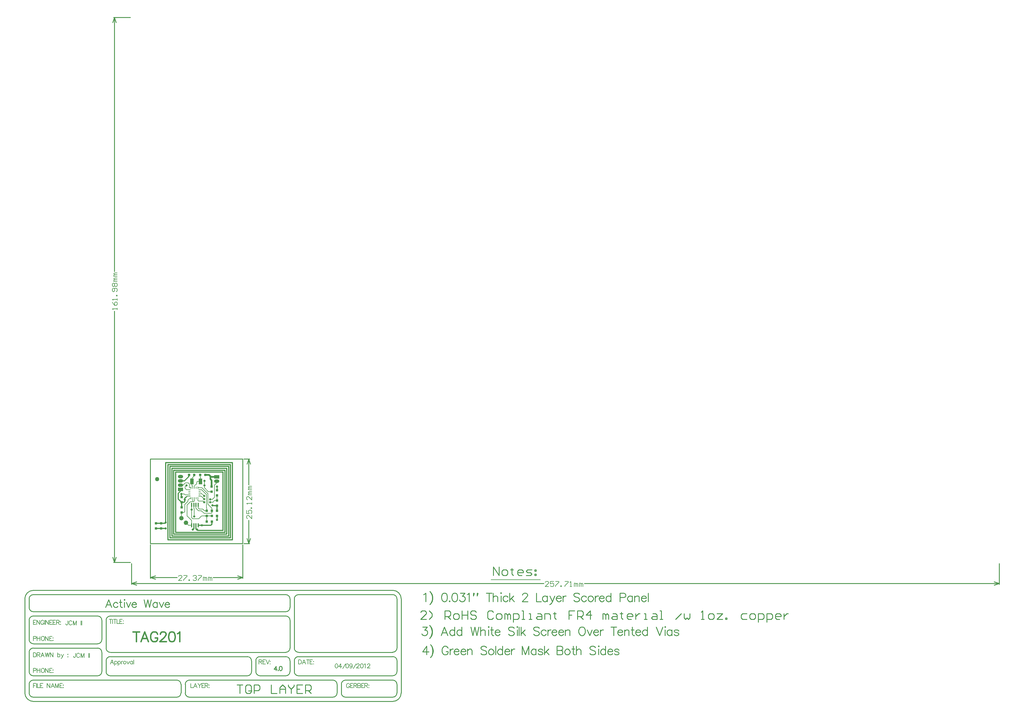
<source format=gtl>
%FSLAX25Y25*%
%MOIN*%
G70*
G01*
G75*
G04 Layer_Physical_Order=1*
G04 Layer_Color=255*
%ADD10R,0.03000X0.03000*%
%ADD11R,0.03000X0.03000*%
%ADD12R,0.01550X0.05000*%
%ADD13C,0.05000*%
%ADD14R,0.03937X0.07087*%
G04:AMPARAMS|DCode=15|XSize=25.59mil|YSize=9.84mil|CornerRadius=2.46mil|HoleSize=0mil|Usage=FLASHONLY|Rotation=0.000|XOffset=0mil|YOffset=0mil|HoleType=Round|Shape=RoundedRectangle|*
%AMROUNDEDRECTD15*
21,1,0.02559,0.00492,0,0,0.0*
21,1,0.02067,0.00984,0,0,0.0*
1,1,0.00492,0.01034,-0.00246*
1,1,0.00492,-0.01034,-0.00246*
1,1,0.00492,-0.01034,0.00246*
1,1,0.00492,0.01034,0.00246*
%
%ADD15ROUNDEDRECTD15*%
G04:AMPARAMS|DCode=16|XSize=25.59mil|YSize=9.84mil|CornerRadius=2.46mil|HoleSize=0mil|Usage=FLASHONLY|Rotation=90.000|XOffset=0mil|YOffset=0mil|HoleType=Round|Shape=RoundedRectangle|*
%AMROUNDEDRECTD16*
21,1,0.02559,0.00492,0,0,90.0*
21,1,0.02067,0.00984,0,0,90.0*
1,1,0.00492,0.00246,0.01034*
1,1,0.00492,0.00246,-0.01034*
1,1,0.00492,-0.00246,-0.01034*
1,1,0.00492,-0.00246,0.01034*
%
%ADD16ROUNDEDRECTD16*%
G04:AMPARAMS|DCode=17|XSize=25.59mil|YSize=9.84mil|CornerRadius=0mil|HoleSize=0mil|Usage=FLASHONLY|Rotation=90.000|XOffset=0mil|YOffset=0mil|HoleType=Round|Shape=Octagon|*
%AMOCTAGOND17*
4,1,8,0.00246,0.01280,-0.00246,0.01280,-0.00492,0.01034,-0.00492,-0.01034,-0.00246,-0.01280,0.00246,-0.01280,0.00492,-0.01034,0.00492,0.01034,0.00246,0.01280,0.0*
%
%ADD17OCTAGOND17*%

G04:AMPARAMS|DCode=18|XSize=25.59mil|YSize=9.84mil|CornerRadius=0mil|HoleSize=0mil|Usage=FLASHONLY|Rotation=180.000|XOffset=0mil|YOffset=0mil|HoleType=Round|Shape=Octagon|*
%AMOCTAGOND18*
4,1,8,-0.01280,0.00246,-0.01280,-0.00246,-0.01034,-0.00492,0.01034,-0.00492,0.01280,-0.00246,0.01280,0.00246,0.01034,0.00492,-0.01034,0.00492,-0.01280,0.00246,0.0*
%
%ADD18OCTAGOND18*%

%ADD19C,0.01200*%
%ADD20C,0.02000*%
%ADD21C,0.00800*%
%ADD22C,0.01000*%
%ADD23C,0.00600*%
%ADD24C,0.00900*%
%ADD25C,0.00500*%
%ADD26C,0.01500*%
%ADD27C,0.05200*%
%ADD28R,0.06200X0.04000*%
%ADD29O,0.06200X0.04000*%
%ADD30C,0.02600*%
D10*
X51400Y80100D02*
D03*
X45400D02*
D03*
X58100D02*
D03*
X64100D02*
D03*
X71800Y25300D02*
D03*
X65800D02*
D03*
D11*
X36500Y54100D02*
D03*
Y48100D02*
D03*
Y36000D02*
D03*
Y42000D02*
D03*
X71900Y38000D02*
D03*
Y32000D02*
D03*
X65900Y38000D02*
D03*
Y32000D02*
D03*
X78000Y62000D02*
D03*
Y56000D02*
D03*
Y44000D02*
D03*
Y50000D02*
D03*
X77900Y32000D02*
D03*
Y38000D02*
D03*
X71600Y60500D02*
D03*
Y66500D02*
D03*
X6500Y17500D02*
D03*
Y23500D02*
D03*
X12500D02*
D03*
Y17500D02*
D03*
D12*
X48160Y21000D02*
D03*
X50750D02*
D03*
X53250D02*
D03*
X55840D02*
D03*
Y45000D02*
D03*
X53250D02*
D03*
X50750D02*
D03*
X48160D02*
D03*
D13*
X8000Y75100D02*
D03*
D14*
X58521Y72300D02*
D03*
X48679D02*
D03*
D15*
X45498Y58900D02*
D03*
Y60869D02*
D03*
Y56932D02*
D03*
X57702Y60869D02*
D03*
Y58900D02*
D03*
Y56932D02*
D03*
D16*
X53569Y65002D02*
D03*
X51600D02*
D03*
X49632D02*
D03*
X53569Y52798D02*
D03*
X49632D02*
D03*
X51600D02*
D03*
D17*
X55537Y65002D02*
D03*
X47663D02*
D03*
X55537Y52798D02*
D03*
X47663D02*
D03*
D18*
X57702Y62837D02*
D03*
X45498D02*
D03*
X57702Y54963D02*
D03*
X45498D02*
D03*
D19*
X44900Y79600D02*
X45400Y80100D01*
X44900Y78100D02*
Y79600D01*
X40400Y52800D02*
X42500Y54900D01*
X40400Y51100D02*
Y52800D01*
X36400Y54200D02*
Y57900D01*
X72700Y44400D02*
X73100Y44000D01*
X78000D01*
X71800Y22100D02*
Y25300D01*
X70700Y21000D02*
X71800Y22100D01*
X59500Y21000D02*
X70700D01*
X36500Y42000D02*
Y48100D01*
X39500D01*
X40400Y49000D01*
Y51100D01*
X32700Y51900D02*
X36500Y48100D01*
X39800Y73000D02*
X44900Y78100D01*
X35400Y73000D02*
X39800D01*
X32700Y58300D02*
X35400Y61000D01*
Y63000D01*
X32700Y51900D02*
Y58300D01*
X77900Y43900D02*
X78000Y44000D01*
X77900Y38000D02*
Y43900D01*
X29600Y12900D02*
X87100D01*
X29600Y83400D02*
X84900D01*
X29600Y12900D02*
Y83400D01*
X54500Y16000D02*
X55400Y15100D01*
X84900D01*
Y83400D01*
X18000Y94400D02*
X95900D01*
X18000Y24400D02*
Y94400D01*
X95900Y4100D02*
Y94400D01*
X20600Y4100D02*
X95900D01*
X20600D02*
Y92200D01*
X93700D01*
Y6300D02*
Y92200D01*
X22900Y6300D02*
X93700D01*
X22900D02*
Y90000D01*
X91500D01*
Y8500D02*
Y90000D01*
X25100Y8500D02*
X91500D01*
X25100D02*
Y87800D01*
X89300D01*
Y10700D02*
Y87800D01*
X27400Y10700D02*
X89300D01*
X27400D02*
Y85600D01*
X87100D01*
Y12900D02*
Y85600D01*
X17100Y23400D02*
X18000Y24300D01*
X12500Y17500D02*
X17900D01*
X6500D02*
X12500D01*
X6500Y23500D02*
X12500D01*
X12600Y23400D01*
X17100D01*
X55840Y21000D02*
X59500D01*
X50750Y17250D02*
Y21000D01*
X49500Y16000D02*
X50750Y17250D01*
X54000Y16000D02*
X54500D01*
X53250Y16750D02*
X54000Y16000D01*
X53250Y16750D02*
Y21000D01*
D20*
X64100Y80100D02*
X68500D01*
X70300Y78300D01*
X70200Y78400D02*
X70300Y78300D01*
X70700Y77900D01*
X77500D01*
X70300Y75200D02*
Y78300D01*
Y75200D02*
X71600Y73900D01*
Y66500D02*
Y73900D01*
D21*
X41463Y63437D02*
X42063Y62837D01*
X45498D01*
X45463Y65602D02*
X46063Y65002D01*
X47663D01*
X48679Y76179D02*
X51400Y78900D01*
Y80100D01*
X48679Y72300D02*
Y76179D01*
X48600Y72221D02*
X48679Y72300D01*
X48600Y67900D02*
Y72221D01*
Y67900D02*
X49632Y66869D01*
Y64306D02*
Y66869D01*
X39968Y57531D02*
X40569Y56932D01*
X46100D01*
X42563Y54963D02*
X45498D01*
X49600Y48900D02*
X49632Y48932D01*
X49600Y48900D02*
X50700D01*
X46900D02*
X49600D01*
X49632Y48932D02*
Y53400D01*
X43848Y48948D02*
Y50352D01*
X43800Y50400D02*
X46198Y52798D01*
X40300Y45400D02*
X43848Y48948D01*
X43800Y50400D02*
X43848Y50352D01*
X46198Y52798D02*
X47663D01*
X42800Y44800D02*
X46900Y48900D01*
X42800Y32200D02*
Y44800D01*
Y32200D02*
X48160Y26840D01*
X51600Y49800D02*
Y53400D01*
X50700Y48900D02*
X51600Y49800D01*
X40300Y37000D02*
Y45400D01*
X39300Y36000D02*
X40300Y37000D01*
X36500Y36000D02*
X39300D01*
X55537Y50163D02*
Y52798D01*
Y50163D02*
X56300Y49400D01*
X61600D01*
X62800Y48200D01*
X57702Y54963D02*
X59537D01*
X62800Y51700D01*
X59300Y58900D02*
X62800Y55400D01*
X57006Y58900D02*
X59300D01*
X65500Y41700D02*
Y57100D01*
X67200Y45900D02*
Y58000D01*
X59763Y62837D02*
X65500Y57100D01*
X60198Y65002D02*
X67200Y58000D01*
X55537Y65002D02*
X60198D01*
X57702Y62837D02*
X59763D01*
X58100Y77400D02*
X58521Y76979D01*
X51600Y64306D02*
Y67400D01*
X54100Y69900D01*
Y71600D01*
X54800Y72300D01*
X58521D01*
Y76979D01*
X58100Y77400D02*
Y80100D01*
X36400Y30100D02*
X36500Y30000D01*
X36400Y30100D02*
Y36000D01*
Y54200D02*
X36500Y54100D01*
X65800Y31900D02*
X65900Y32000D01*
X65800Y25300D02*
Y31900D01*
X63100Y67900D02*
Y73000D01*
Y65000D02*
Y67900D01*
Y65000D02*
X67600Y60500D01*
X71600D01*
X65500Y41700D02*
X65900Y41300D01*
Y38000D02*
Y41300D01*
X40500Y66200D02*
X42200Y67900D01*
X40500Y64400D02*
Y66200D01*
Y64400D02*
X41463Y63437D01*
X38200Y68000D02*
X40900Y70700D01*
X35400Y68000D02*
X38200D01*
X40900Y70700D02*
X44200D01*
X45463Y69437D01*
Y65602D02*
Y69437D01*
X51200Y31300D02*
Y40300D01*
X50750Y40750D02*
X51200Y40300D01*
X50750Y40750D02*
Y45000D01*
X59800Y32000D02*
X65900D01*
X56600Y28800D02*
X59800Y32000D01*
X49500Y28800D02*
X56600D01*
X48200Y30100D02*
X49500Y28800D01*
X48200Y30100D02*
Y39500D01*
X48160Y39540D02*
Y45000D01*
X59700Y38100D02*
X62800Y35000D01*
X53250Y41050D02*
X56200Y38100D01*
X62800Y35000D02*
X71400D01*
X56200Y38100D02*
X59700D01*
X61200Y40100D02*
X63300Y38000D01*
X57100Y40100D02*
X61200D01*
X63300Y38000D02*
X65900D01*
X55840Y41360D02*
X57100Y40100D01*
X55840Y41360D02*
Y45000D01*
X53250Y41050D02*
Y45000D01*
X62500Y48200D02*
X62800D01*
X74800Y53900D02*
Y68100D01*
X72500Y51600D02*
X74800Y53900D01*
X69900Y51600D02*
X72500D01*
X75000Y50000D02*
X78000D01*
X73100Y48100D02*
X75000Y50000D01*
X69900Y48100D02*
X73100D01*
X74800Y68100D02*
X77500Y70800D01*
Y72900D01*
X78000Y50000D02*
Y56000D01*
X71400Y35000D02*
X71900Y35500D01*
Y38000D01*
X67200Y45900D02*
X71900Y41200D01*
X44500Y21000D02*
X48160D01*
X41500Y24000D02*
X44500Y21000D01*
X48160D02*
Y26840D01*
X36400Y57900D02*
X39600D01*
X39968Y57531D01*
X65900Y32000D02*
X71900D01*
Y38000D02*
Y41200D01*
X-96520Y-90501D02*
Y-94310D01*
X-96758Y-95024D01*
X-96996Y-95262D01*
X-97472Y-95500D01*
X-97948D01*
X-98424Y-95262D01*
X-98662Y-95024D01*
X-98900Y-94310D01*
Y-93834D01*
X-91663Y-91691D02*
X-91901Y-91215D01*
X-92378Y-90739D01*
X-92854Y-90501D01*
X-93806D01*
X-94282Y-90739D01*
X-94758Y-91215D01*
X-94996Y-91691D01*
X-95234Y-92405D01*
Y-93596D01*
X-94996Y-94310D01*
X-94758Y-94786D01*
X-94282Y-95262D01*
X-93806Y-95500D01*
X-92854D01*
X-92378Y-95262D01*
X-91901Y-94786D01*
X-91663Y-94310D01*
X-90259Y-90501D02*
Y-95500D01*
Y-90501D02*
X-88355Y-95500D01*
X-86450Y-90501D02*
X-88355Y-95500D01*
X-86450Y-90501D02*
Y-95500D01*
X-81094Y-90501D02*
Y-95500D01*
X-80047Y-90501D02*
Y-95500D01*
X-87520Y-128501D02*
Y-132310D01*
X-87758Y-133024D01*
X-87996Y-133262D01*
X-88472Y-133500D01*
X-88948D01*
X-89424Y-133262D01*
X-89662Y-133024D01*
X-89900Y-132310D01*
Y-131834D01*
X-82664Y-129691D02*
X-82902Y-129215D01*
X-83378Y-128739D01*
X-83854Y-128501D01*
X-84806D01*
X-85282Y-128739D01*
X-85758Y-129215D01*
X-85996Y-129691D01*
X-86234Y-130405D01*
Y-131596D01*
X-85996Y-132310D01*
X-85758Y-132786D01*
X-85282Y-133262D01*
X-84806Y-133500D01*
X-83854D01*
X-83378Y-133262D01*
X-82902Y-132786D01*
X-82664Y-132310D01*
X-81259Y-128501D02*
Y-133500D01*
Y-128501D02*
X-79355Y-133500D01*
X-77450Y-128501D02*
X-79355Y-133500D01*
X-77450Y-128501D02*
Y-133500D01*
X-72094Y-128501D02*
Y-133500D01*
X-71047Y-128501D02*
Y-133500D01*
X217303Y-140947D02*
X216589Y-141185D01*
X216113Y-141900D01*
X215875Y-143090D01*
Y-143804D01*
X216113Y-144994D01*
X216589Y-145708D01*
X217303Y-145946D01*
X217779D01*
X218493Y-145708D01*
X218969Y-144994D01*
X219207Y-143804D01*
Y-143090D01*
X218969Y-141900D01*
X218493Y-141185D01*
X217779Y-140947D01*
X217303D01*
X222707D02*
X220326Y-144280D01*
X223897D01*
X222707Y-140947D02*
Y-145946D01*
X224778Y-146660D02*
X228110Y-140947D01*
X229872D02*
X229157Y-141185D01*
X228681Y-141900D01*
X228443Y-143090D01*
Y-143804D01*
X228681Y-144994D01*
X229157Y-145708D01*
X229872Y-145946D01*
X230348D01*
X231062Y-145708D01*
X231538Y-144994D01*
X231776Y-143804D01*
Y-143090D01*
X231538Y-141900D01*
X231062Y-141185D01*
X230348Y-140947D01*
X229872D01*
X235989Y-142614D02*
X235751Y-143328D01*
X235275Y-143804D01*
X234561Y-144042D01*
X234323D01*
X233609Y-143804D01*
X233133Y-143328D01*
X232895Y-142614D01*
Y-142376D01*
X233133Y-141661D01*
X233609Y-141185D01*
X234323Y-140947D01*
X234561D01*
X235275Y-141185D01*
X235751Y-141661D01*
X235989Y-142614D01*
Y-143804D01*
X235751Y-144994D01*
X235275Y-145708D01*
X234561Y-145946D01*
X234085D01*
X233371Y-145708D01*
X233133Y-145232D01*
X237346Y-146660D02*
X240679Y-140947D01*
X241250Y-142138D02*
Y-141900D01*
X241488Y-141423D01*
X241726Y-141185D01*
X242202Y-140947D01*
X243155D01*
X243631Y-141185D01*
X243869Y-141423D01*
X244107Y-141900D01*
Y-142376D01*
X243869Y-142852D01*
X243392Y-143566D01*
X241012Y-145946D01*
X244345D01*
X246892Y-140947D02*
X246178Y-141185D01*
X245702Y-141900D01*
X245463Y-143090D01*
Y-143804D01*
X245702Y-144994D01*
X246178Y-145708D01*
X246892Y-145946D01*
X247368D01*
X248082Y-145708D01*
X248558Y-144994D01*
X248796Y-143804D01*
Y-143090D01*
X248558Y-141900D01*
X248082Y-141185D01*
X247368Y-140947D01*
X246892D01*
X249915Y-141900D02*
X250391Y-141661D01*
X251105Y-140947D01*
Y-145946D01*
X253819Y-142138D02*
Y-141900D01*
X254057Y-141423D01*
X254295Y-141185D01*
X254771Y-140947D01*
X255723D01*
X256199Y-141185D01*
X256437Y-141423D01*
X256675Y-141900D01*
Y-142376D01*
X256437Y-142852D01*
X255961Y-143566D01*
X253581Y-145946D01*
X256913D01*
X398372Y-42569D02*
X455872D01*
D22*
X77900Y62100D02*
X78000Y62000D01*
X77900Y62100D02*
Y66500D01*
Y27500D02*
Y32000D01*
X101200Y-165503D02*
X107864D01*
X104532D01*
Y-175500D01*
X116195Y-165503D02*
X112863D01*
X111197Y-167169D01*
Y-173834D01*
X112863Y-175500D01*
X116195D01*
X117861Y-173834D01*
Y-167169D01*
X116195Y-165503D01*
X121194Y-175500D02*
Y-165503D01*
X126192D01*
X127858Y-167169D01*
Y-170502D01*
X126192Y-172168D01*
X121194D01*
X141187Y-165503D02*
Y-175500D01*
X147852D01*
X151184D02*
Y-168835D01*
X154516Y-165503D01*
X157848Y-168835D01*
Y-175500D01*
Y-170502D01*
X151184D01*
X161181Y-165503D02*
Y-167169D01*
X164513Y-170502D01*
X167845Y-167169D01*
Y-165503D01*
X164513Y-170502D02*
Y-175500D01*
X177842Y-165503D02*
X171177D01*
Y-175500D01*
X177842D01*
X171177Y-170502D02*
X174510D01*
X181174Y-175500D02*
Y-165503D01*
X186172D01*
X187839Y-167169D01*
Y-170502D01*
X186172Y-172168D01*
X181174D01*
X184506D02*
X187839Y-175500D01*
X107753Y-40800D02*
Y-1600D01*
X0Y-40800D02*
Y-1600D01*
X73370Y-39800D02*
X107753D01*
X0D02*
X31183D01*
X101753Y-37800D02*
X107753Y-39800D01*
X101753Y-41800D02*
X107753Y-39800D01*
X0D02*
X6000Y-41800D01*
X0Y-39800D02*
X6000Y-37800D01*
X109253Y98803D02*
X115900D01*
X109253Y-100D02*
X115900D01*
X114900Y68345D02*
Y98803D01*
Y-100D02*
Y27158D01*
X112900Y92803D02*
X114900Y98803D01*
X116900Y92803D01*
X114900Y-100D02*
X116900Y5900D01*
X112900D02*
X114900Y-100D01*
X992400Y-47900D02*
Y-23550D01*
X-22200Y-47900D02*
Y-23550D01*
X507093Y-46900D02*
X992400D01*
X-22200D02*
X459907D01*
X986400Y-44900D02*
X992400Y-46900D01*
X986400Y-48900D02*
X992400Y-46900D01*
X-22200D02*
X-16200Y-48900D01*
X-22200Y-46900D02*
X-16200Y-44900D01*
X-43200Y615433D02*
X-23403D01*
X-43200Y-22300D02*
X-23450D01*
X-42200Y318059D02*
Y615433D01*
Y-22300D02*
Y271873D01*
X-44200Y609433D02*
X-42200Y615433D01*
X-40200Y609433D01*
X-42200Y-22300D02*
X-40200Y-16300D01*
X-44200D02*
X-42200Y-22300D01*
X0Y-100D02*
X107753D01*
X0Y-100D02*
Y98800D01*
X114695Y-172498D02*
X118632D01*
X107753Y-100D02*
Y98803D01*
X0D02*
X107753D01*
X283240Y-185014D02*
G03*
X293240Y-175014I0J10000D01*
G01*
X283240Y-180014D02*
G03*
X288240Y-175014I0J5000D01*
G01*
X35740Y-165014D02*
G03*
X30740Y-160014I-5000J0D01*
G01*
X30856Y-180014D02*
G03*
X35738Y-175047I84J4800D01*
G01*
X45740Y-160014D02*
G03*
X40740Y-165014I0J-5000D01*
G01*
Y-175014D02*
G03*
X45652Y-180013I5000J0D01*
G01*
X218240Y-165014D02*
G03*
X213240Y-160014I-5000J0D01*
G01*
X213356Y-180014D02*
G03*
X218238Y-175047I84J4800D01*
G01*
X223240Y-175114D02*
G03*
X228225Y-180013I4900J0D01*
G01*
X228240Y-160014D02*
G03*
X223240Y-165014I0J-5000D01*
G01*
X-56760Y-89914D02*
G03*
X-61660Y-85014I-4900J0D01*
G01*
X-61560Y-117514D02*
G03*
X-56760Y-112714I0J4800D01*
G01*
Y-127414D02*
G03*
X-61831Y-122517I-4900J0D01*
G01*
X-51760Y-122614D02*
G03*
X-46860Y-127514I4900J0D01*
G01*
X-51760Y-150114D02*
G03*
X-46860Y-155014I4900J0D01*
G01*
X-61660D02*
G03*
X-56760Y-150114I0J4900D01*
G01*
X118240Y-137414D02*
G03*
X113340Y-132514I-4900J0D01*
G01*
Y-155014D02*
G03*
X118239Y-150029I0J4900D01*
G01*
X123240Y-149914D02*
G03*
X128251Y-155013I5100J0D01*
G01*
X128040Y-132514D02*
G03*
X123246Y-137565I0J-4800D01*
G01*
X-46760Y-132514D02*
G03*
X-51760Y-137514I0J-5000D01*
G01*
X-46760Y-85014D02*
G03*
X-51760Y-90014I0J-5000D01*
G01*
X-141760Y-150014D02*
G03*
X-136848Y-155013I5000J0D01*
G01*
X-136760Y-122514D02*
G03*
X-141760Y-127514I0J-5000D01*
G01*
Y-112514D02*
G03*
X-136760Y-117514I5000J0D01*
G01*
Y-85014D02*
G03*
X-141760Y-90014I0J-5000D01*
G01*
Y-75014D02*
G03*
X-136760Y-80014I5000J0D01*
G01*
Y-60014D02*
G03*
X-141760Y-65014I0J-5000D01*
G01*
X163240Y-65014D02*
G03*
X158240Y-60014I-5000J0D01*
G01*
X173240Y-60014D02*
G03*
X168240Y-65014I0J-5000D01*
G01*
X158240Y-80014D02*
G03*
X163240Y-75014I0J5000D01*
G01*
Y-90014D02*
G03*
X158240Y-85014I-5000J0D01*
G01*
X-136760Y-160014D02*
G03*
X-141760Y-165014I0J-5000D01*
G01*
X158327Y-127514D02*
G03*
X163241Y-122514I-87J5000D01*
G01*
X-141760Y-175014D02*
G03*
X-136848Y-180013I5000J0D01*
G01*
X163240Y-137414D02*
G03*
X158340Y-132514I-4900J0D01*
G01*
X168240Y-150114D02*
G03*
X173225Y-155013I4900J0D01*
G01*
X158240Y-155014D02*
G03*
X163240Y-150014I0J5000D01*
G01*
X288240Y-164927D02*
G03*
X283240Y-160013I-5000J-87D01*
G01*
X283306Y-154940D02*
G03*
X288306Y-149940I0J5000D01*
G01*
X288238Y-64857D02*
G03*
X283167Y-59960I-4900J0D01*
G01*
X293238Y-64957D02*
G03*
X283238Y-54957I-10000J0D01*
G01*
X-146760Y-174914D02*
G03*
X-136837Y-185012I10100J0D01*
G01*
X-136760Y-55014D02*
G03*
X-146760Y-65014I0J-10000D01*
G01*
X168240Y-122514D02*
G03*
X173240Y-127514I5000J0D01*
G01*
X283306Y-127440D02*
G03*
X288306Y-122440I0J5000D01*
G01*
X173240Y-132514D02*
G03*
X168240Y-137514I0J-5000D01*
G01*
X288306Y-137340D02*
G03*
X283406Y-132440I-4900J0D01*
G01*
X288240Y-175014D02*
Y-165014D01*
X-136760Y-55014D02*
X283240D01*
X288306Y-149940D02*
Y-137340D01*
X168240Y-150014D02*
Y-137514D01*
X288240Y-122514D02*
Y-65014D01*
X168240Y-122514D02*
Y-65014D01*
X-146760Y-175014D02*
Y-65014D01*
X-141760Y-175014D02*
Y-165014D01*
X163240Y-150014D02*
Y-137514D01*
X123240Y-150014D02*
Y-137514D01*
X-51760Y-150014D02*
Y-137514D01*
X118240Y-150014D02*
Y-137514D01*
X-51760Y-122514D02*
Y-90014D01*
X163240Y-122514D02*
Y-90014D01*
Y-75014D02*
Y-65014D01*
X-141760Y-75014D02*
Y-65014D01*
X-56760Y-112514D02*
Y-90014D01*
X-141760Y-112514D02*
Y-90014D01*
X-56760Y-150014D02*
Y-127514D01*
X-141760Y-150014D02*
Y-127514D01*
X293240Y-175014D02*
Y-65014D01*
X223240Y-175014D02*
Y-165014D01*
X218240Y-175014D02*
Y-165014D01*
X40740Y-175014D02*
Y-165014D01*
X35740Y-175014D02*
Y-165014D01*
X173240Y-132514D02*
X283240D01*
X173240Y-127514D02*
X283240D01*
X-46760D02*
X158240D01*
X173240Y-60014D02*
X283240D01*
X173240Y-155014D02*
X283240D01*
X128240Y-132514D02*
X158240D01*
X128240Y-155014D02*
X158240D01*
X-46760D02*
X113240D01*
X-46760Y-132514D02*
X113240D01*
X-46760Y-85014D02*
X158240D01*
X-136760Y-80014D02*
X158240D01*
X-136760Y-85014D02*
X-61760D01*
X-136760Y-117514D02*
X-61760D01*
X-136760Y-122514D02*
X-61760D01*
X-136760Y-155014D02*
X-61760D01*
X-136760Y-185014D02*
X283240D01*
X-136760Y-60014D02*
X158240D01*
X228240Y-160014D02*
X283240D01*
X228240Y-180014D02*
X283240D01*
X45740Y-160014D02*
X213240D01*
X-136760D02*
X30740D01*
X-136760Y-180014D02*
X30740D01*
X45740Y-180014D02*
X213240D01*
X322463Y-88942D02*
X315798D01*
X322463Y-82278D01*
Y-80612D01*
X320797Y-78946D01*
X317465D01*
X315798Y-80612D01*
X325795Y-88942D02*
X329128Y-85610D01*
Y-82278D01*
X325795Y-78946D01*
X344123Y-88942D02*
Y-78946D01*
X349121D01*
X350787Y-80612D01*
Y-83944D01*
X349121Y-85610D01*
X344123D01*
X347455D02*
X350787Y-88942D01*
X355785D02*
X359118D01*
X360784Y-87276D01*
Y-83944D01*
X359118Y-82278D01*
X355785D01*
X354119Y-83944D01*
Y-87276D01*
X355785Y-88942D01*
X364116Y-78946D02*
Y-88942D01*
Y-83944D01*
X370781D01*
Y-78946D01*
Y-88942D01*
X380777Y-80612D02*
X379111Y-78946D01*
X375779D01*
X374113Y-80612D01*
Y-82278D01*
X375779Y-83944D01*
X379111D01*
X380777Y-85610D01*
Y-87276D01*
X379111Y-88942D01*
X375779D01*
X374113Y-87276D01*
X400771Y-80612D02*
X399105Y-78946D01*
X395773D01*
X394107Y-80612D01*
Y-87276D01*
X395773Y-88942D01*
X399105D01*
X400771Y-87276D01*
X405769Y-88942D02*
X409102D01*
X410768Y-87276D01*
Y-83944D01*
X409102Y-82278D01*
X405769D01*
X404103Y-83944D01*
Y-87276D01*
X405769Y-88942D01*
X414100D02*
Y-82278D01*
X415766D01*
X417432Y-83944D01*
Y-88942D01*
Y-83944D01*
X419098Y-82278D01*
X420764Y-83944D01*
Y-88942D01*
X424097Y-92275D02*
Y-82278D01*
X429095D01*
X430761Y-83944D01*
Y-87276D01*
X429095Y-88942D01*
X424097D01*
X434094D02*
X437426D01*
X435760D01*
Y-78946D01*
X434094D01*
X442424Y-88942D02*
X445756D01*
X444090D01*
Y-82278D01*
X442424D01*
X452421D02*
X455753D01*
X457419Y-83944D01*
Y-88942D01*
X452421D01*
X450755Y-87276D01*
X452421Y-85610D01*
X457419D01*
X460752Y-88942D02*
Y-82278D01*
X465750D01*
X467416Y-83944D01*
Y-88942D01*
X472414Y-80612D02*
Y-82278D01*
X470748D01*
X474081D01*
X472414D01*
Y-87276D01*
X474081Y-88942D01*
X495740Y-78946D02*
X489076D01*
Y-83944D01*
X492408D01*
X489076D01*
Y-88942D01*
X499073D02*
Y-78946D01*
X504071D01*
X505737Y-80612D01*
Y-83944D01*
X504071Y-85610D01*
X499073D01*
X502405D02*
X505737Y-88942D01*
X514068D02*
Y-78946D01*
X509069Y-83944D01*
X515734D01*
X529063Y-88942D02*
Y-82278D01*
X530729D01*
X532395Y-83944D01*
Y-88942D01*
Y-83944D01*
X534061Y-82278D01*
X535727Y-83944D01*
Y-88942D01*
X540726Y-82278D02*
X544058D01*
X545724Y-83944D01*
Y-88942D01*
X540726D01*
X539060Y-87276D01*
X540726Y-85610D01*
X545724D01*
X550723Y-80612D02*
Y-82278D01*
X549056D01*
X552389D01*
X550723D01*
Y-87276D01*
X552389Y-88942D01*
X562385D02*
X559053D01*
X557387Y-87276D01*
Y-83944D01*
X559053Y-82278D01*
X562385D01*
X564051Y-83944D01*
Y-85610D01*
X557387D01*
X567384Y-82278D02*
Y-88942D01*
Y-85610D01*
X569050Y-83944D01*
X570716Y-82278D01*
X572382D01*
X577381Y-88942D02*
X580713D01*
X579047D01*
Y-82278D01*
X577381D01*
X587377D02*
X590710D01*
X592376Y-83944D01*
Y-88942D01*
X587377D01*
X585711Y-87276D01*
X587377Y-85610D01*
X592376D01*
X595708Y-88942D02*
X599040D01*
X597374D01*
Y-78946D01*
X595708D01*
X614035Y-88942D02*
X620700Y-82278D01*
X624032D02*
Y-87276D01*
X625698Y-88942D01*
X627364Y-87276D01*
X629031Y-88942D01*
X630697Y-87276D01*
Y-82278D01*
X644026Y-88942D02*
X647358D01*
X645692D01*
Y-78946D01*
X644026Y-80612D01*
X654023Y-88942D02*
X657355D01*
X659021Y-87276D01*
Y-83944D01*
X657355Y-82278D01*
X654023D01*
X652356Y-83944D01*
Y-87276D01*
X654023Y-88942D01*
X662353Y-82278D02*
X669018D01*
X662353Y-88942D01*
X669018D01*
X672350D02*
Y-87276D01*
X674016D01*
Y-88942D01*
X672350D01*
X697342Y-82278D02*
X692343D01*
X690677Y-83944D01*
Y-87276D01*
X692343Y-88942D01*
X697342D01*
X702340D02*
X705672D01*
X707339Y-87276D01*
Y-83944D01*
X705672Y-82278D01*
X702340D01*
X700674Y-83944D01*
Y-87276D01*
X702340Y-88942D01*
X710671Y-92275D02*
Y-82278D01*
X715669D01*
X717335Y-83944D01*
Y-87276D01*
X715669Y-88942D01*
X710671D01*
X720668Y-92275D02*
Y-82278D01*
X725666D01*
X727332Y-83944D01*
Y-87276D01*
X725666Y-88942D01*
X720668D01*
X735663D02*
X732331D01*
X730664Y-87276D01*
Y-83944D01*
X732331Y-82278D01*
X735663D01*
X737329Y-83944D01*
Y-85610D01*
X730664D01*
X740661Y-82278D02*
Y-88942D01*
Y-85610D01*
X742327Y-83944D01*
X743993Y-82278D01*
X745659D01*
X318352Y-97802D02*
X323589D01*
X320733Y-101611D01*
X322161D01*
X323113Y-102087D01*
X323589Y-102563D01*
X324065Y-103991D01*
Y-104944D01*
X323589Y-106372D01*
X322637Y-107324D01*
X321209Y-107800D01*
X319780D01*
X318352Y-107324D01*
X317876Y-106848D01*
X317400Y-105896D01*
X326303Y-95898D02*
X327255Y-96850D01*
X328207Y-98278D01*
X329159Y-100183D01*
X329636Y-102563D01*
Y-104467D01*
X329159Y-106848D01*
X328207Y-108752D01*
X327255Y-110180D01*
X326303Y-111133D01*
X327255Y-96850D02*
X328207Y-98754D01*
X328683Y-100183D01*
X329159Y-102563D01*
Y-104467D01*
X328683Y-106848D01*
X328207Y-108276D01*
X327255Y-110180D01*
X347536Y-107800D02*
X343728Y-97802D01*
X339919Y-107800D01*
X341347Y-104467D02*
X346108D01*
X355582Y-97802D02*
Y-107800D01*
Y-102563D02*
X354630Y-101611D01*
X353678Y-101135D01*
X352250D01*
X351297Y-101611D01*
X350345Y-102563D01*
X349869Y-103991D01*
Y-104944D01*
X350345Y-106372D01*
X351297Y-107324D01*
X352250Y-107800D01*
X353678D01*
X354630Y-107324D01*
X355582Y-106372D01*
X363962Y-97802D02*
Y-107800D01*
Y-102563D02*
X363009Y-101611D01*
X362057Y-101135D01*
X360629D01*
X359677Y-101611D01*
X358724Y-102563D01*
X358248Y-103991D01*
Y-104944D01*
X358724Y-106372D01*
X359677Y-107324D01*
X360629Y-107800D01*
X362057D01*
X363009Y-107324D01*
X363962Y-106372D01*
X374483Y-97802D02*
X376864Y-107800D01*
X379244Y-97802D02*
X376864Y-107800D01*
X379244Y-97802D02*
X381624Y-107800D01*
X384005Y-97802D02*
X381624Y-107800D01*
X386004Y-97802D02*
Y-107800D01*
Y-103039D02*
X387433Y-101611D01*
X388385Y-101135D01*
X389813D01*
X390765Y-101611D01*
X391241Y-103039D01*
Y-107800D01*
X394812Y-97802D02*
X395288Y-98278D01*
X395764Y-97802D01*
X395288Y-97326D01*
X394812Y-97802D01*
X395288Y-101135D02*
Y-107800D01*
X398954Y-97802D02*
Y-105896D01*
X399430Y-107324D01*
X400382Y-107800D01*
X401334D01*
X397526Y-101135D02*
X400858D01*
X402763Y-103991D02*
X408476D01*
Y-103039D01*
X408000Y-102087D01*
X407523Y-101611D01*
X406571Y-101135D01*
X405143D01*
X404191Y-101611D01*
X403239Y-102563D01*
X402763Y-103991D01*
Y-104944D01*
X403239Y-106372D01*
X404191Y-107324D01*
X405143Y-107800D01*
X406571D01*
X407523Y-107324D01*
X408476Y-106372D01*
X425139Y-99230D02*
X424187Y-98278D01*
X422758Y-97802D01*
X420854D01*
X419426Y-98278D01*
X418474Y-99230D01*
Y-100183D01*
X418950Y-101135D01*
X419426Y-101611D01*
X420378Y-102087D01*
X423235Y-103039D01*
X424187Y-103515D01*
X424663Y-103991D01*
X425139Y-104944D01*
Y-106372D01*
X424187Y-107324D01*
X422758Y-107800D01*
X420854D01*
X419426Y-107324D01*
X418474Y-106372D01*
X428329Y-97802D02*
X428805Y-98278D01*
X429281Y-97802D01*
X428805Y-97326D01*
X428329Y-97802D01*
X428805Y-101135D02*
Y-107800D01*
X431042Y-97802D02*
Y-107800D01*
X433137Y-97802D02*
Y-107800D01*
X437898Y-101135D02*
X433137Y-105896D01*
X435041Y-103991D02*
X438374Y-107800D01*
X454466Y-99230D02*
X453514Y-98278D01*
X452085Y-97802D01*
X450181D01*
X448753Y-98278D01*
X447801Y-99230D01*
Y-100183D01*
X448277Y-101135D01*
X448753Y-101611D01*
X449705Y-102087D01*
X452562Y-103039D01*
X453514Y-103515D01*
X453990Y-103991D01*
X454466Y-104944D01*
Y-106372D01*
X453514Y-107324D01*
X452085Y-107800D01*
X450181D01*
X448753Y-107324D01*
X447801Y-106372D01*
X462417Y-102563D02*
X461464Y-101611D01*
X460512Y-101135D01*
X459084D01*
X458132Y-101611D01*
X457180Y-102563D01*
X456704Y-103991D01*
Y-104944D01*
X457180Y-106372D01*
X458132Y-107324D01*
X459084Y-107800D01*
X460512D01*
X461464Y-107324D01*
X462417Y-106372D01*
X464559Y-101135D02*
Y-107800D01*
Y-103991D02*
X465035Y-102563D01*
X465987Y-101611D01*
X466939Y-101135D01*
X468368D01*
X469272Y-103991D02*
X474985D01*
Y-103039D01*
X474509Y-102087D01*
X474033Y-101611D01*
X473081Y-101135D01*
X471653D01*
X470701Y-101611D01*
X469748Y-102563D01*
X469272Y-103991D01*
Y-104944D01*
X469748Y-106372D01*
X470701Y-107324D01*
X471653Y-107800D01*
X473081D01*
X474033Y-107324D01*
X474985Y-106372D01*
X477128Y-103991D02*
X482841D01*
Y-103039D01*
X482365Y-102087D01*
X481889Y-101611D01*
X480936Y-101135D01*
X479508D01*
X478556Y-101611D01*
X477604Y-102563D01*
X477128Y-103991D01*
Y-104944D01*
X477604Y-106372D01*
X478556Y-107324D01*
X479508Y-107800D01*
X480936D01*
X481889Y-107324D01*
X482841Y-106372D01*
X484983Y-101135D02*
Y-107800D01*
Y-103039D02*
X486411Y-101611D01*
X487364Y-101135D01*
X488792D01*
X489744Y-101611D01*
X490220Y-103039D01*
Y-107800D01*
X503551Y-97802D02*
X502598Y-98278D01*
X501646Y-99230D01*
X501170Y-100183D01*
X500694Y-101611D01*
Y-103991D01*
X501170Y-105420D01*
X501646Y-106372D01*
X502598Y-107324D01*
X503551Y-107800D01*
X505455D01*
X506407Y-107324D01*
X507359Y-106372D01*
X507835Y-105420D01*
X508312Y-103991D01*
Y-101611D01*
X507835Y-100183D01*
X507359Y-99230D01*
X506407Y-98278D01*
X505455Y-97802D01*
X503551D01*
X510644Y-101135D02*
X513501Y-107800D01*
X516357Y-101135D02*
X513501Y-107800D01*
X517976Y-103991D02*
X523689D01*
Y-103039D01*
X523213Y-102087D01*
X522737Y-101611D01*
X521785Y-101135D01*
X520357D01*
X519404Y-101611D01*
X518452Y-102563D01*
X517976Y-103991D01*
Y-104944D01*
X518452Y-106372D01*
X519404Y-107324D01*
X520357Y-107800D01*
X521785D01*
X522737Y-107324D01*
X523689Y-106372D01*
X525832Y-101135D02*
Y-107800D01*
Y-103991D02*
X526308Y-102563D01*
X527260Y-101611D01*
X528212Y-101135D01*
X529640D01*
X541733Y-97802D02*
Y-107800D01*
X538400Y-97802D02*
X545065D01*
X546256Y-103991D02*
X551969D01*
Y-103039D01*
X551493Y-102087D01*
X551017Y-101611D01*
X550064Y-101135D01*
X548636D01*
X547684Y-101611D01*
X546732Y-102563D01*
X546256Y-103991D01*
Y-104944D01*
X546732Y-106372D01*
X547684Y-107324D01*
X548636Y-107800D01*
X550064D01*
X551017Y-107324D01*
X551969Y-106372D01*
X554111Y-101135D02*
Y-107800D01*
Y-103039D02*
X555540Y-101611D01*
X556492Y-101135D01*
X557920D01*
X558872Y-101611D01*
X559348Y-103039D01*
Y-107800D01*
X563395Y-97802D02*
Y-105896D01*
X563871Y-107324D01*
X564823Y-107800D01*
X565775D01*
X561967Y-101135D02*
X565299D01*
X567204Y-103991D02*
X572917D01*
Y-103039D01*
X572441Y-102087D01*
X571965Y-101611D01*
X571012Y-101135D01*
X569584D01*
X568632Y-101611D01*
X567680Y-102563D01*
X567204Y-103991D01*
Y-104944D01*
X567680Y-106372D01*
X568632Y-107324D01*
X569584Y-107800D01*
X571012D01*
X571965Y-107324D01*
X572917Y-106372D01*
X580772Y-97802D02*
Y-107800D01*
Y-102563D02*
X579820Y-101611D01*
X578868Y-101135D01*
X577439D01*
X576487Y-101611D01*
X575535Y-102563D01*
X575059Y-103991D01*
Y-104944D01*
X575535Y-106372D01*
X576487Y-107324D01*
X577439Y-107800D01*
X578868D01*
X579820Y-107324D01*
X580772Y-106372D01*
X591294Y-97802D02*
X595102Y-107800D01*
X598911Y-97802D02*
X595102Y-107800D01*
X601149Y-97802D02*
X601625Y-98278D01*
X602101Y-97802D01*
X601625Y-97326D01*
X601149Y-97802D01*
X601625Y-101135D02*
Y-107800D01*
X609576Y-101135D02*
Y-107800D01*
Y-102563D02*
X608623Y-101611D01*
X607671Y-101135D01*
X606243D01*
X605291Y-101611D01*
X604339Y-102563D01*
X603862Y-103991D01*
Y-104944D01*
X604339Y-106372D01*
X605291Y-107324D01*
X606243Y-107800D01*
X607671D01*
X608623Y-107324D01*
X609576Y-106372D01*
X617479Y-102563D02*
X617002Y-101611D01*
X615574Y-101135D01*
X614146D01*
X612718Y-101611D01*
X612242Y-102563D01*
X612718Y-103515D01*
X613670Y-103991D01*
X616050Y-104467D01*
X617002Y-104944D01*
X617479Y-105896D01*
Y-106372D01*
X617002Y-107324D01*
X615574Y-107800D01*
X614146D01*
X612718Y-107324D01*
X612242Y-106372D01*
X319372Y-60042D02*
X320324Y-59566D01*
X321753Y-58138D01*
Y-68135D01*
X326704Y-56233D02*
X327656Y-57185D01*
X328608Y-58614D01*
X329560Y-60518D01*
X330037Y-62898D01*
Y-64803D01*
X329560Y-67183D01*
X328608Y-69087D01*
X327656Y-70516D01*
X326704Y-71468D01*
X327656Y-57185D02*
X328608Y-59090D01*
X329084Y-60518D01*
X329560Y-62898D01*
Y-64803D01*
X329084Y-67183D01*
X328608Y-68611D01*
X327656Y-70516D01*
X343177Y-58138D02*
X341748Y-58614D01*
X340796Y-60042D01*
X340320Y-62422D01*
Y-63850D01*
X340796Y-66231D01*
X341748Y-67659D01*
X343177Y-68135D01*
X344129D01*
X345557Y-67659D01*
X346509Y-66231D01*
X346985Y-63850D01*
Y-62422D01*
X346509Y-60042D01*
X345557Y-58614D01*
X344129Y-58138D01*
X343177D01*
X349699Y-67183D02*
X349223Y-67659D01*
X349699Y-68135D01*
X350175Y-67659D01*
X349699Y-67183D01*
X355222Y-58138D02*
X353793Y-58614D01*
X352841Y-60042D01*
X352365Y-62422D01*
Y-63850D01*
X352841Y-66231D01*
X353793Y-67659D01*
X355222Y-68135D01*
X356174D01*
X357602Y-67659D01*
X358554Y-66231D01*
X359030Y-63850D01*
Y-62422D01*
X358554Y-60042D01*
X357602Y-58614D01*
X356174Y-58138D01*
X355222D01*
X362220D02*
X367457D01*
X364601Y-61946D01*
X366029D01*
X366981Y-62422D01*
X367457Y-62898D01*
X367933Y-64327D01*
Y-65279D01*
X367457Y-66707D01*
X366505Y-67659D01*
X365077Y-68135D01*
X363648D01*
X362220Y-67659D01*
X361744Y-67183D01*
X361268Y-66231D01*
X370171Y-60042D02*
X371123Y-59566D01*
X372551Y-58138D01*
Y-68135D01*
X377979Y-58138D02*
X377503Y-58614D01*
Y-61470D01*
X377979Y-58614D02*
X377503Y-61470D01*
X377979Y-58138D02*
X378455Y-58614D01*
X377503Y-61470D01*
X382263Y-58138D02*
X381787Y-58614D01*
Y-61470D01*
X382263Y-58614D02*
X381787Y-61470D01*
X382263Y-58138D02*
X382740Y-58614D01*
X381787Y-61470D01*
X396022Y-58138D02*
Y-68135D01*
X392690Y-58138D02*
X399355D01*
X400545D02*
Y-68135D01*
Y-63374D02*
X401973Y-61946D01*
X402926Y-61470D01*
X404354D01*
X405306Y-61946D01*
X405782Y-63374D01*
Y-68135D01*
X409353Y-58138D02*
X409829Y-58614D01*
X410305Y-58138D01*
X409829Y-57661D01*
X409353Y-58138D01*
X409829Y-61470D02*
Y-68135D01*
X417780Y-62898D02*
X416827Y-61946D01*
X415875Y-61470D01*
X414447D01*
X413495Y-61946D01*
X412543Y-62898D01*
X412067Y-64327D01*
Y-65279D01*
X412543Y-66707D01*
X413495Y-67659D01*
X414447Y-68135D01*
X415875D01*
X416827Y-67659D01*
X417780Y-66707D01*
X419922Y-58138D02*
Y-68135D01*
X424683Y-61470D02*
X419922Y-66231D01*
X421826Y-64327D02*
X425159Y-68135D01*
X435062Y-60518D02*
Y-60042D01*
X435538Y-59090D01*
X436014Y-58614D01*
X436966Y-58138D01*
X438870D01*
X439823Y-58614D01*
X440299Y-59090D01*
X440775Y-60042D01*
Y-60994D01*
X440299Y-61946D01*
X439347Y-63374D01*
X434586Y-68135D01*
X441251D01*
X451344Y-58138D02*
Y-68135D01*
X457057D01*
X463865Y-61470D02*
Y-68135D01*
Y-62898D02*
X462913Y-61946D01*
X461961Y-61470D01*
X460532D01*
X459580Y-61946D01*
X458628Y-62898D01*
X458152Y-64327D01*
Y-65279D01*
X458628Y-66707D01*
X459580Y-67659D01*
X460532Y-68135D01*
X461961D01*
X462913Y-67659D01*
X463865Y-66707D01*
X467007Y-61470D02*
X469864Y-68135D01*
X472720Y-61470D02*
X469864Y-68135D01*
X468912Y-70040D01*
X467959Y-70992D01*
X467007Y-71468D01*
X466531D01*
X474387Y-64327D02*
X480100D01*
Y-63374D01*
X479624Y-62422D01*
X479147Y-61946D01*
X478195Y-61470D01*
X476767D01*
X475815Y-61946D01*
X474863Y-62898D01*
X474387Y-64327D01*
Y-65279D01*
X474863Y-66707D01*
X475815Y-67659D01*
X476767Y-68135D01*
X478195D01*
X479147Y-67659D01*
X480100Y-66707D01*
X482242Y-61470D02*
Y-68135D01*
Y-64327D02*
X482718Y-62898D01*
X483670Y-61946D01*
X484622Y-61470D01*
X486051D01*
X501476Y-59566D02*
X500524Y-58614D01*
X499096Y-58138D01*
X497191D01*
X495763Y-58614D01*
X494811Y-59566D01*
Y-60518D01*
X495287Y-61470D01*
X495763Y-61946D01*
X496715Y-62422D01*
X499572Y-63374D01*
X500524Y-63850D01*
X501000Y-64327D01*
X501476Y-65279D01*
Y-66707D01*
X500524Y-67659D01*
X499096Y-68135D01*
X497191D01*
X495763Y-67659D01*
X494811Y-66707D01*
X509427Y-62898D02*
X508474Y-61946D01*
X507522Y-61470D01*
X506094D01*
X505142Y-61946D01*
X504190Y-62898D01*
X503714Y-64327D01*
Y-65279D01*
X504190Y-66707D01*
X505142Y-67659D01*
X506094Y-68135D01*
X507522D01*
X508474Y-67659D01*
X509427Y-66707D01*
X513949Y-61470D02*
X512997Y-61946D01*
X512045Y-62898D01*
X511569Y-64327D01*
Y-65279D01*
X512045Y-66707D01*
X512997Y-67659D01*
X513949Y-68135D01*
X515378D01*
X516330Y-67659D01*
X517282Y-66707D01*
X517758Y-65279D01*
Y-64327D01*
X517282Y-62898D01*
X516330Y-61946D01*
X515378Y-61470D01*
X513949D01*
X519948D02*
Y-68135D01*
Y-64327D02*
X520424Y-62898D01*
X521377Y-61946D01*
X522329Y-61470D01*
X523757D01*
X524661Y-64327D02*
X530375D01*
Y-63374D01*
X529899Y-62422D01*
X529422Y-61946D01*
X528470Y-61470D01*
X527042D01*
X526090Y-61946D01*
X525138Y-62898D01*
X524661Y-64327D01*
Y-65279D01*
X525138Y-66707D01*
X526090Y-67659D01*
X527042Y-68135D01*
X528470D01*
X529422Y-67659D01*
X530375Y-66707D01*
X538230Y-58138D02*
Y-68135D01*
Y-62898D02*
X537278Y-61946D01*
X536326Y-61470D01*
X534898D01*
X533945Y-61946D01*
X532993Y-62898D01*
X532517Y-64327D01*
Y-65279D01*
X532993Y-66707D01*
X533945Y-67659D01*
X534898Y-68135D01*
X536326D01*
X537278Y-67659D01*
X538230Y-66707D01*
X548752Y-63374D02*
X553036D01*
X554465Y-62898D01*
X554941Y-62422D01*
X555417Y-61470D01*
Y-60042D01*
X554941Y-59090D01*
X554465Y-58614D01*
X553036Y-58138D01*
X548752D01*
Y-68135D01*
X563368Y-61470D02*
Y-68135D01*
Y-62898D02*
X562415Y-61946D01*
X561463Y-61470D01*
X560035D01*
X559083Y-61946D01*
X558131Y-62898D01*
X557654Y-64327D01*
Y-65279D01*
X558131Y-66707D01*
X559083Y-67659D01*
X560035Y-68135D01*
X561463D01*
X562415Y-67659D01*
X563368Y-66707D01*
X566034Y-61470D02*
Y-68135D01*
Y-63374D02*
X567462Y-61946D01*
X568414Y-61470D01*
X569842D01*
X570794Y-61946D01*
X571271Y-63374D01*
Y-68135D01*
X573889Y-64327D02*
X579602D01*
Y-63374D01*
X579126Y-62422D01*
X578650Y-61946D01*
X577698Y-61470D01*
X576269D01*
X575317Y-61946D01*
X574365Y-62898D01*
X573889Y-64327D01*
Y-65279D01*
X574365Y-66707D01*
X575317Y-67659D01*
X576269Y-68135D01*
X577698D01*
X578650Y-67659D01*
X579602Y-66707D01*
X581745Y-58138D02*
Y-68135D01*
X400874Y-37626D02*
Y-27629D01*
X407538Y-37626D01*
Y-27629D01*
X412537Y-37626D02*
X415869D01*
X417535Y-35960D01*
Y-32628D01*
X415869Y-30962D01*
X412537D01*
X410871Y-32628D01*
Y-35960D01*
X412537Y-37626D01*
X422533Y-29295D02*
Y-30962D01*
X420867D01*
X424199D01*
X422533D01*
Y-35960D01*
X424199Y-37626D01*
X434196D02*
X430864D01*
X429198Y-35960D01*
Y-32628D01*
X430864Y-30962D01*
X434196D01*
X435862Y-32628D01*
Y-34294D01*
X429198D01*
X439195Y-37626D02*
X444193D01*
X445859Y-35960D01*
X444193Y-34294D01*
X440861D01*
X439195Y-32628D01*
X440861Y-30962D01*
X445859D01*
X449192D02*
X450858D01*
Y-32628D01*
X449192D01*
Y-30962D01*
Y-35960D02*
X450858D01*
Y-37626D01*
X449192D01*
Y-35960D01*
X323027Y-120328D02*
X318266Y-126993D01*
X325408D01*
X323027Y-120328D02*
Y-130326D01*
X327169Y-118424D02*
X328121Y-119376D01*
X329073Y-120804D01*
X330026Y-122709D01*
X330502Y-125089D01*
Y-126993D01*
X330026Y-129374D01*
X329073Y-131278D01*
X328121Y-132706D01*
X327169Y-133659D01*
X328121Y-119376D02*
X329073Y-121280D01*
X329549Y-122709D01*
X330026Y-125089D01*
Y-126993D01*
X329549Y-129374D01*
X329073Y-130802D01*
X328121Y-132706D01*
X347926Y-122709D02*
X347450Y-121756D01*
X346498Y-120804D01*
X345546Y-120328D01*
X343642D01*
X342689Y-120804D01*
X341737Y-121756D01*
X341261Y-122709D01*
X340785Y-124137D01*
Y-126517D01*
X341261Y-127945D01*
X341737Y-128898D01*
X342689Y-129850D01*
X343642Y-130326D01*
X345546D01*
X346498Y-129850D01*
X347450Y-128898D01*
X347926Y-127945D01*
Y-126517D01*
X345546D02*
X347926D01*
X350212Y-123661D02*
Y-130326D01*
Y-126517D02*
X350688Y-125089D01*
X351640Y-124137D01*
X352592Y-123661D01*
X354020D01*
X354925Y-126517D02*
X360638D01*
Y-125565D01*
X360162Y-124613D01*
X359686Y-124137D01*
X358734Y-123661D01*
X357305D01*
X356353Y-124137D01*
X355401Y-125089D01*
X354925Y-126517D01*
Y-127470D01*
X355401Y-128898D01*
X356353Y-129850D01*
X357305Y-130326D01*
X358734D01*
X359686Y-129850D01*
X360638Y-128898D01*
X362780Y-126517D02*
X368494D01*
Y-125565D01*
X368017Y-124613D01*
X367541Y-124137D01*
X366589Y-123661D01*
X365161D01*
X364209Y-124137D01*
X363257Y-125089D01*
X362780Y-126517D01*
Y-127470D01*
X363257Y-128898D01*
X364209Y-129850D01*
X365161Y-130326D01*
X366589D01*
X367541Y-129850D01*
X368494Y-128898D01*
X370636Y-123661D02*
Y-130326D01*
Y-125565D02*
X372064Y-124137D01*
X373016Y-123661D01*
X374445D01*
X375397Y-124137D01*
X375873Y-125565D01*
Y-130326D01*
X393012Y-121756D02*
X392060Y-120804D01*
X390632Y-120328D01*
X388727D01*
X387299Y-120804D01*
X386347Y-121756D01*
Y-122709D01*
X386823Y-123661D01*
X387299Y-124137D01*
X388251Y-124613D01*
X391108Y-125565D01*
X392060Y-126041D01*
X392536Y-126517D01*
X393012Y-127470D01*
Y-128898D01*
X392060Y-129850D01*
X390632Y-130326D01*
X388727D01*
X387299Y-129850D01*
X386347Y-128898D01*
X397630Y-123661D02*
X396678Y-124137D01*
X395726Y-125089D01*
X395250Y-126517D01*
Y-127470D01*
X395726Y-128898D01*
X396678Y-129850D01*
X397630Y-130326D01*
X399058D01*
X400010Y-129850D01*
X400963Y-128898D01*
X401439Y-127470D01*
Y-126517D01*
X400963Y-125089D01*
X400010Y-124137D01*
X399058Y-123661D01*
X397630D01*
X403629Y-120328D02*
Y-130326D01*
X411437Y-120328D02*
Y-130326D01*
Y-125089D02*
X410485Y-124137D01*
X409532Y-123661D01*
X408104D01*
X407152Y-124137D01*
X406200Y-125089D01*
X405724Y-126517D01*
Y-127470D01*
X406200Y-128898D01*
X407152Y-129850D01*
X408104Y-130326D01*
X409532D01*
X410485Y-129850D01*
X411437Y-128898D01*
X414103Y-126517D02*
X419816D01*
Y-125565D01*
X419340Y-124613D01*
X418864Y-124137D01*
X417911Y-123661D01*
X416483D01*
X415531Y-124137D01*
X414579Y-125089D01*
X414103Y-126517D01*
Y-127470D01*
X414579Y-128898D01*
X415531Y-129850D01*
X416483Y-130326D01*
X417911D01*
X418864Y-129850D01*
X419816Y-128898D01*
X421958Y-123661D02*
Y-130326D01*
Y-126517D02*
X422434Y-125089D01*
X423386Y-124137D01*
X424339Y-123661D01*
X425767D01*
X434527Y-120328D02*
Y-130326D01*
Y-120328D02*
X438336Y-130326D01*
X442144Y-120328D02*
X438336Y-130326D01*
X442144Y-120328D02*
Y-130326D01*
X450714Y-123661D02*
Y-130326D01*
Y-125089D02*
X449762Y-124137D01*
X448810Y-123661D01*
X447381D01*
X446429Y-124137D01*
X445477Y-125089D01*
X445001Y-126517D01*
Y-127470D01*
X445477Y-128898D01*
X446429Y-129850D01*
X447381Y-130326D01*
X448810D01*
X449762Y-129850D01*
X450714Y-128898D01*
X458617Y-125089D02*
X458141Y-124137D01*
X456713Y-123661D01*
X455284D01*
X453856Y-124137D01*
X453380Y-125089D01*
X453856Y-126041D01*
X454808Y-126517D01*
X457189Y-126993D01*
X458141Y-127470D01*
X458617Y-128422D01*
Y-128898D01*
X458141Y-129850D01*
X456713Y-130326D01*
X455284D01*
X453856Y-129850D01*
X453380Y-128898D01*
X460712Y-120328D02*
Y-130326D01*
X465473Y-123661D02*
X460712Y-128422D01*
X462616Y-126517D02*
X465949Y-130326D01*
X475375Y-120328D02*
Y-130326D01*
Y-120328D02*
X479660D01*
X481088Y-120804D01*
X481565Y-121280D01*
X482041Y-122232D01*
Y-123185D01*
X481565Y-124137D01*
X481088Y-124613D01*
X479660Y-125089D01*
X475375D02*
X479660D01*
X481088Y-125565D01*
X481565Y-126041D01*
X482041Y-126993D01*
Y-128422D01*
X481565Y-129374D01*
X481088Y-129850D01*
X479660Y-130326D01*
X475375D01*
X486659Y-123661D02*
X485707Y-124137D01*
X484754Y-125089D01*
X484278Y-126517D01*
Y-127470D01*
X484754Y-128898D01*
X485707Y-129850D01*
X486659Y-130326D01*
X488087D01*
X489039Y-129850D01*
X489991Y-128898D01*
X490467Y-127470D01*
Y-126517D01*
X489991Y-125089D01*
X489039Y-124137D01*
X488087Y-123661D01*
X486659D01*
X494086Y-120328D02*
Y-128422D01*
X494562Y-129850D01*
X495514Y-130326D01*
X496466D01*
X492657Y-123661D02*
X495990D01*
X497894Y-120328D02*
Y-130326D01*
Y-125565D02*
X499323Y-124137D01*
X500275Y-123661D01*
X501703D01*
X502655Y-124137D01*
X503131Y-125565D01*
Y-130326D01*
X520270Y-121756D02*
X519318Y-120804D01*
X517890Y-120328D01*
X515986D01*
X514557Y-120804D01*
X513605Y-121756D01*
Y-122709D01*
X514081Y-123661D01*
X514557Y-124137D01*
X515510Y-124613D01*
X518366Y-125565D01*
X519318Y-126041D01*
X519794Y-126517D01*
X520270Y-127470D01*
Y-128898D01*
X519318Y-129850D01*
X517890Y-130326D01*
X515986D01*
X514557Y-129850D01*
X513605Y-128898D01*
X523460Y-120328D02*
X523936Y-120804D01*
X524412Y-120328D01*
X523936Y-119852D01*
X523460Y-120328D01*
X523936Y-123661D02*
Y-130326D01*
X531887Y-120328D02*
Y-130326D01*
Y-125089D02*
X530935Y-124137D01*
X529983Y-123661D01*
X528554D01*
X527602Y-124137D01*
X526650Y-125089D01*
X526174Y-126517D01*
Y-127470D01*
X526650Y-128898D01*
X527602Y-129850D01*
X528554Y-130326D01*
X529983D01*
X530935Y-129850D01*
X531887Y-128898D01*
X534553Y-126517D02*
X540266D01*
Y-125565D01*
X539790Y-124613D01*
X539314Y-124137D01*
X538362Y-123661D01*
X536934D01*
X535981Y-124137D01*
X535029Y-125089D01*
X534553Y-126517D01*
Y-127470D01*
X535029Y-128898D01*
X535981Y-129850D01*
X536934Y-130326D01*
X538362D01*
X539314Y-129850D01*
X540266Y-128898D01*
X547646Y-125089D02*
X547169Y-124137D01*
X545741Y-123661D01*
X544313D01*
X542885Y-124137D01*
X542409Y-125089D01*
X542885Y-126041D01*
X543837Y-126517D01*
X546217Y-126993D01*
X547169Y-127470D01*
X547646Y-128422D01*
Y-128898D01*
X547169Y-129850D01*
X545741Y-130326D01*
X544313D01*
X542885Y-129850D01*
X542409Y-128898D01*
D23*
X36781Y-43399D02*
X32783D01*
X36781Y-39400D01*
Y-38401D01*
X35782Y-37401D01*
X33783D01*
X32783Y-38401D01*
X38781Y-37401D02*
X42780D01*
Y-38401D01*
X38781Y-42399D01*
Y-43399D01*
X44779D02*
Y-42399D01*
X45779D01*
Y-43399D01*
X44779D01*
X49777Y-38401D02*
X50777Y-37401D01*
X52776D01*
X53776Y-38401D01*
Y-39400D01*
X52776Y-40400D01*
X51777D01*
X52776D01*
X53776Y-41400D01*
Y-42399D01*
X52776Y-43399D01*
X50777D01*
X49777Y-42399D01*
X55775Y-37401D02*
X59774D01*
Y-38401D01*
X55775Y-42399D01*
Y-43399D01*
X61773D02*
Y-39400D01*
X62773D01*
X63773Y-40400D01*
Y-43399D01*
Y-40400D01*
X64772Y-39400D01*
X65772Y-40400D01*
Y-43399D01*
X67772D02*
Y-39400D01*
X68771D01*
X69771Y-40400D01*
Y-43399D01*
Y-40400D01*
X70771Y-39400D01*
X71770Y-40400D01*
Y-43399D01*
X118499Y32756D02*
Y28758D01*
X114500Y32756D01*
X113501D01*
X112501Y31757D01*
Y29757D01*
X113501Y28758D01*
X112501Y38754D02*
Y34756D01*
X115500D01*
X114500Y36755D01*
Y37755D01*
X115500Y38754D01*
X117499D01*
X118499Y37755D01*
Y35755D01*
X117499Y34756D01*
X118499Y40754D02*
X117499D01*
Y41753D01*
X118499D01*
Y40754D01*
Y45752D02*
Y47752D01*
Y46752D01*
X112501D01*
X113501Y45752D01*
X118499Y54749D02*
Y50750D01*
X114500Y54749D01*
X113501D01*
X112501Y53750D01*
Y51750D01*
X113501Y50750D01*
X118499Y56749D02*
X114500D01*
Y57748D01*
X115500Y58748D01*
X118499D01*
X115500D01*
X114500Y59748D01*
X115500Y60747D01*
X118499D01*
Y62747D02*
X114500D01*
Y63746D01*
X115500Y64746D01*
X118499D01*
X115500D01*
X114500Y65746D01*
X115500Y66745D01*
X118499D01*
X465506Y-50499D02*
X461507D01*
X465506Y-46500D01*
Y-45501D01*
X464506Y-44501D01*
X462507D01*
X461507Y-45501D01*
X471504Y-44501D02*
X467505D01*
Y-47500D01*
X469504Y-46500D01*
X470504D01*
X471504Y-47500D01*
Y-49499D01*
X470504Y-50499D01*
X468505D01*
X467505Y-49499D01*
X473503Y-44501D02*
X477502D01*
Y-45501D01*
X473503Y-49499D01*
Y-50499D01*
X479501D02*
Y-49499D01*
X480501D01*
Y-50499D01*
X479501D01*
X484500Y-44501D02*
X488498D01*
Y-45501D01*
X484500Y-49499D01*
Y-50499D01*
X490498D02*
X492497D01*
X491497D01*
Y-44501D01*
X490498Y-45501D01*
X495496Y-50499D02*
Y-46500D01*
X496496D01*
X497496Y-47500D01*
Y-50499D01*
Y-47500D01*
X498495Y-46500D01*
X499495Y-47500D01*
Y-50499D01*
X501494D02*
Y-46500D01*
X502494D01*
X503493Y-47500D01*
Y-50499D01*
Y-47500D01*
X504493Y-46500D01*
X505493Y-47500D01*
Y-50499D01*
X-38601Y273473D02*
Y275473D01*
Y274473D01*
X-44599D01*
X-43599Y273473D01*
X-44599Y282470D02*
X-43599Y280471D01*
X-41600Y278472D01*
X-39601D01*
X-38601Y279471D01*
Y281471D01*
X-39601Y282470D01*
X-40600D01*
X-41600Y281471D01*
Y278472D01*
X-38601Y284470D02*
Y286469D01*
Y285469D01*
X-44599D01*
X-43599Y284470D01*
X-38601Y289468D02*
X-39601D01*
Y290468D01*
X-38601D01*
Y289468D01*
X-39601Y294466D02*
X-38601Y295466D01*
Y297465D01*
X-39601Y298465D01*
X-43599D01*
X-44599Y297465D01*
Y295466D01*
X-43599Y294466D01*
X-42600D01*
X-41600Y295466D01*
Y298465D01*
X-43599Y300465D02*
X-44599Y301464D01*
Y303464D01*
X-43599Y304463D01*
X-42600D01*
X-41600Y303464D01*
X-40600Y304463D01*
X-39601D01*
X-38601Y303464D01*
Y301464D01*
X-39601Y300465D01*
X-40600D01*
X-41600Y301464D01*
X-42600Y300465D01*
X-43599D01*
X-41600Y301464D02*
Y303464D01*
X-38601Y306463D02*
X-42600D01*
Y307462D01*
X-41600Y308462D01*
X-38601D01*
X-41600D01*
X-42600Y309462D01*
X-41600Y310461D01*
X-38601D01*
Y312461D02*
X-42600D01*
Y313460D01*
X-41600Y314460D01*
X-38601D01*
X-41600D01*
X-42600Y315460D01*
X-41600Y316459D01*
X-38601D01*
D24*
X146870Y-143765D02*
X144490Y-147098D01*
X148060D01*
X146870Y-143765D02*
Y-148764D01*
X149179Y-148288D02*
X148941Y-148526D01*
X149179Y-148764D01*
X149417Y-148526D01*
X149179Y-148288D01*
X151941Y-143765D02*
X151226Y-144003D01*
X150750Y-144717D01*
X150512Y-145908D01*
Y-146622D01*
X150750Y-147812D01*
X151226Y-148526D01*
X151941Y-148764D01*
X152417D01*
X153131Y-148526D01*
X153607Y-147812D01*
X153845Y-146622D01*
Y-145908D01*
X153607Y-144717D01*
X153131Y-144003D01*
X152417Y-143765D01*
X151941D01*
X-45444Y-75000D02*
X-48872Y-66002D01*
X-52300Y-75000D01*
X-51015Y-72001D02*
X-46730D01*
X-38203Y-70287D02*
X-39060Y-69430D01*
X-39917Y-69001D01*
X-41202D01*
X-42059Y-69430D01*
X-42916Y-70287D01*
X-43345Y-71572D01*
Y-72429D01*
X-42916Y-73715D01*
X-42059Y-74572D01*
X-41202Y-75000D01*
X-39917D01*
X-39060Y-74572D01*
X-38203Y-73715D01*
X-34989Y-66002D02*
Y-73286D01*
X-34561Y-74572D01*
X-33704Y-75000D01*
X-32847D01*
X-36275Y-69001D02*
X-33275D01*
X-30705Y-66002D02*
X-30276Y-66430D01*
X-29848Y-66002D01*
X-30276Y-65574D01*
X-30705Y-66002D01*
X-30276Y-69001D02*
Y-75000D01*
X-28262Y-69001D02*
X-25691Y-75000D01*
X-23121Y-69001D02*
X-25691Y-75000D01*
X-21664Y-71572D02*
X-16522D01*
Y-70715D01*
X-16950Y-69858D01*
X-17379Y-69430D01*
X-18236Y-69001D01*
X-19521D01*
X-20378Y-69430D01*
X-21235Y-70287D01*
X-21664Y-71572D01*
Y-72429D01*
X-21235Y-73715D01*
X-20378Y-74572D01*
X-19521Y-75000D01*
X-18236D01*
X-17379Y-74572D01*
X-16522Y-73715D01*
X-7524Y-66002D02*
X-5381Y-75000D01*
X-3239Y-66002D02*
X-5381Y-75000D01*
X-3239Y-66002D02*
X-1097Y-75000D01*
X1046Y-66002D02*
X-1097Y-75000D01*
X7987Y-69001D02*
Y-75000D01*
Y-70287D02*
X7130Y-69430D01*
X6273Y-69001D01*
X4988D01*
X4131Y-69430D01*
X3274Y-70287D01*
X2845Y-71572D01*
Y-72429D01*
X3274Y-73715D01*
X4131Y-74572D01*
X4988Y-75000D01*
X6273D01*
X7130Y-74572D01*
X7987Y-73715D01*
X10387Y-69001D02*
X12957Y-75000D01*
X15528Y-69001D02*
X12957Y-75000D01*
X16985Y-71572D02*
X22127D01*
Y-70715D01*
X21698Y-69858D01*
X21270Y-69430D01*
X20413Y-69001D01*
X19128D01*
X18271Y-69430D01*
X17414Y-70287D01*
X16985Y-71572D01*
Y-72429D01*
X17414Y-73715D01*
X18271Y-74572D01*
X19128Y-75000D01*
X20413D01*
X21270Y-74572D01*
X22127Y-73715D01*
D25*
X232810Y-165205D02*
X232572Y-164729D01*
X232096Y-164253D01*
X231620Y-164015D01*
X230668D01*
X230192Y-164253D01*
X229716Y-164729D01*
X229478Y-165205D01*
X229240Y-165919D01*
Y-167110D01*
X229478Y-167824D01*
X229716Y-168300D01*
X230192Y-168776D01*
X230668Y-169014D01*
X231620D01*
X232096Y-168776D01*
X232572Y-168300D01*
X232810Y-167824D01*
Y-167110D01*
X231620D02*
X232810D01*
X237048Y-164015D02*
X233953D01*
Y-169014D01*
X237048D01*
X233953Y-166396D02*
X235857D01*
X237881Y-164015D02*
Y-169014D01*
Y-164015D02*
X240023D01*
X240737Y-164253D01*
X240975Y-164491D01*
X241213Y-164967D01*
Y-165443D01*
X240975Y-165919D01*
X240737Y-166157D01*
X240023Y-166396D01*
X237881D01*
X239547D02*
X241213Y-169014D01*
X242332Y-164015D02*
Y-169014D01*
Y-164015D02*
X244474D01*
X245189Y-164253D01*
X245427Y-164491D01*
X245665Y-164967D01*
Y-165443D01*
X245427Y-165919D01*
X245189Y-166157D01*
X244474Y-166396D01*
X242332D02*
X244474D01*
X245189Y-166634D01*
X245427Y-166872D01*
X245665Y-167348D01*
Y-168062D01*
X245427Y-168538D01*
X245189Y-168776D01*
X244474Y-169014D01*
X242332D01*
X249878Y-164015D02*
X246783D01*
Y-169014D01*
X249878D01*
X246783Y-166396D02*
X248688D01*
X250711Y-164015D02*
Y-169014D01*
Y-164015D02*
X252854D01*
X253568Y-164253D01*
X253806Y-164491D01*
X254044Y-164967D01*
Y-165443D01*
X253806Y-165919D01*
X253568Y-166157D01*
X252854Y-166396D01*
X250711D01*
X252378D02*
X254044Y-169014D01*
X255401Y-165681D02*
X255163Y-165919D01*
X255401Y-166157D01*
X255639Y-165919D01*
X255401Y-165681D01*
Y-168538D02*
X255163Y-168776D01*
X255401Y-169014D01*
X255639Y-168776D01*
X255401Y-168538D01*
X-136760Y-164015D02*
Y-169014D01*
Y-164015D02*
X-133666D01*
X-136760Y-166396D02*
X-134856D01*
X-133095Y-164015D02*
Y-169014D01*
X-132047Y-164015D02*
Y-169014D01*
X-129191D01*
X-125549Y-164015D02*
X-128643D01*
Y-169014D01*
X-125549D01*
X-128643Y-166396D02*
X-126739D01*
X-120788Y-164015D02*
Y-169014D01*
Y-164015D02*
X-117455Y-169014D01*
Y-164015D02*
Y-169014D01*
X-112266D02*
X-114170Y-164015D01*
X-116074Y-169014D01*
X-115360Y-167348D02*
X-112980D01*
X-111099Y-164015D02*
Y-169014D01*
Y-164015D02*
X-109195Y-169014D01*
X-107290Y-164015D02*
X-109195Y-169014D01*
X-107290Y-164015D02*
Y-169014D01*
X-102768Y-164015D02*
X-105862D01*
Y-169014D01*
X-102768D01*
X-105862Y-166396D02*
X-103958D01*
X-101697Y-165681D02*
X-101935Y-165919D01*
X-101697Y-166157D01*
X-101459Y-165919D01*
X-101697Y-165681D01*
Y-168538D02*
X-101935Y-168776D01*
X-101697Y-169014D01*
X-101459Y-168776D01*
X-101697Y-168538D01*
X-136760Y-128015D02*
Y-133014D01*
Y-128015D02*
X-135094D01*
X-134380Y-128253D01*
X-133904Y-128729D01*
X-133666Y-129205D01*
X-133428Y-129920D01*
Y-131110D01*
X-133666Y-131824D01*
X-133904Y-132300D01*
X-134380Y-132776D01*
X-135094Y-133014D01*
X-136760D01*
X-132309Y-128015D02*
Y-133014D01*
Y-128015D02*
X-130166D01*
X-129452Y-128253D01*
X-129214Y-128491D01*
X-128976Y-128967D01*
Y-129443D01*
X-129214Y-129920D01*
X-129452Y-130157D01*
X-130166Y-130396D01*
X-132309D01*
X-130643D02*
X-128976Y-133014D01*
X-124049D02*
X-125953Y-128015D01*
X-127857Y-133014D01*
X-127143Y-131348D02*
X-124763D01*
X-122882Y-128015D02*
X-121692Y-133014D01*
X-120502Y-128015D02*
X-121692Y-133014D01*
X-120502Y-128015D02*
X-119312Y-133014D01*
X-118122Y-128015D02*
X-119312Y-133014D01*
X-117122Y-128015D02*
Y-133014D01*
Y-128015D02*
X-113789Y-133014D01*
Y-128015D02*
Y-133014D01*
X-108481Y-128015D02*
Y-133014D01*
Y-130396D02*
X-108005Y-129920D01*
X-107528Y-129681D01*
X-106814D01*
X-106338Y-129920D01*
X-105862Y-130396D01*
X-105624Y-131110D01*
Y-131586D01*
X-105862Y-132300D01*
X-106338Y-132776D01*
X-106814Y-133014D01*
X-107528D01*
X-108005Y-132776D01*
X-108481Y-132300D01*
X-104315Y-129681D02*
X-102887Y-133014D01*
X-101458Y-129681D02*
X-102887Y-133014D01*
X-103363Y-133966D01*
X-103839Y-134442D01*
X-104315Y-134680D01*
X-104553D01*
X-96460Y-129681D02*
X-96697Y-129920D01*
X-96460Y-130157D01*
X-96221Y-129920D01*
X-96460Y-129681D01*
Y-132538D02*
X-96697Y-132776D01*
X-96460Y-133014D01*
X-96221Y-132776D01*
X-96460Y-132538D01*
X-46344Y-88765D02*
Y-93764D01*
X-48010Y-88765D02*
X-44678D01*
X-44083D02*
Y-93764D01*
X-41369Y-88765D02*
Y-93764D01*
X-43035Y-88765D02*
X-39703D01*
X-39107D02*
Y-93764D01*
X-36251D01*
X-32609Y-88765D02*
X-35704D01*
Y-93764D01*
X-32609D01*
X-35704Y-91146D02*
X-33799D01*
X-31538Y-90431D02*
X-31776Y-90670D01*
X-31538Y-90908D01*
X-31300Y-90670D01*
X-31538Y-90431D01*
Y-93288D02*
X-31776Y-93526D01*
X-31538Y-93764D01*
X-31300Y-93526D01*
X-31538Y-93288D01*
X-42952Y-141264D02*
X-44856Y-136265D01*
X-46760Y-141264D01*
X-46046Y-139598D02*
X-43666D01*
X-41785Y-137931D02*
Y-142930D01*
Y-138646D02*
X-41309Y-138170D01*
X-40833Y-137931D01*
X-40119D01*
X-39643Y-138170D01*
X-39167Y-138646D01*
X-38929Y-139360D01*
Y-139836D01*
X-39167Y-140550D01*
X-39643Y-141026D01*
X-40119Y-141264D01*
X-40833D01*
X-41309Y-141026D01*
X-41785Y-140550D01*
X-37858Y-137931D02*
Y-142930D01*
Y-138646D02*
X-37382Y-138170D01*
X-36905Y-137931D01*
X-36191D01*
X-35715Y-138170D01*
X-35239Y-138646D01*
X-35001Y-139360D01*
Y-139836D01*
X-35239Y-140550D01*
X-35715Y-141026D01*
X-36191Y-141264D01*
X-36905D01*
X-37382Y-141026D01*
X-37858Y-140550D01*
X-33930Y-137931D02*
Y-141264D01*
Y-139360D02*
X-33692Y-138646D01*
X-33216Y-138170D01*
X-32740Y-137931D01*
X-32026D01*
X-30383D02*
X-30859Y-138170D01*
X-31335Y-138646D01*
X-31573Y-139360D01*
Y-139836D01*
X-31335Y-140550D01*
X-30859Y-141026D01*
X-30383Y-141264D01*
X-29669D01*
X-29193Y-141026D01*
X-28717Y-140550D01*
X-28479Y-139836D01*
Y-139360D01*
X-28717Y-138646D01*
X-29193Y-138170D01*
X-29669Y-137931D01*
X-30383D01*
X-27384D02*
X-25955Y-141264D01*
X-24527Y-137931D02*
X-25955Y-141264D01*
X-20861Y-137931D02*
Y-141264D01*
Y-138646D02*
X-21337Y-138170D01*
X-21813Y-137931D01*
X-22528D01*
X-23004Y-138170D01*
X-23480Y-138646D01*
X-23718Y-139360D01*
Y-139836D01*
X-23480Y-140550D01*
X-23004Y-141026D01*
X-22528Y-141264D01*
X-21813D01*
X-21337Y-141026D01*
X-20861Y-140550D01*
X-19528Y-136265D02*
Y-141264D01*
X-133666Y-90015D02*
X-136760D01*
Y-95014D01*
X-133666D01*
X-136760Y-92396D02*
X-134856D01*
X-132833Y-90015D02*
Y-95014D01*
Y-90015D02*
X-129500Y-95014D01*
Y-90015D02*
Y-95014D01*
X-124549Y-91205D02*
X-124787Y-90729D01*
X-125263Y-90253D01*
X-125739Y-90015D01*
X-126691D01*
X-127167Y-90253D01*
X-127643Y-90729D01*
X-127881Y-91205D01*
X-128119Y-91919D01*
Y-93110D01*
X-127881Y-93824D01*
X-127643Y-94300D01*
X-127167Y-94776D01*
X-126691Y-95014D01*
X-125739D01*
X-125263Y-94776D01*
X-124787Y-94300D01*
X-124549Y-93824D01*
Y-93110D01*
X-125739D02*
X-124549D01*
X-123406Y-90015D02*
Y-95014D01*
X-122359Y-90015D02*
Y-95014D01*
Y-90015D02*
X-119026Y-95014D01*
Y-90015D02*
Y-95014D01*
X-114551Y-90015D02*
X-117645D01*
Y-95014D01*
X-114551D01*
X-117645Y-92396D02*
X-115741D01*
X-110623Y-90015D02*
X-113718D01*
Y-95014D01*
X-110623D01*
X-113718Y-92396D02*
X-111813D01*
X-109790Y-90015D02*
Y-95014D01*
Y-90015D02*
X-107648D01*
X-106933Y-90253D01*
X-106695Y-90491D01*
X-106457Y-90967D01*
Y-91443D01*
X-106695Y-91919D01*
X-106933Y-92158D01*
X-107648Y-92396D01*
X-109790D01*
X-108124D02*
X-106457Y-95014D01*
X-105101Y-91681D02*
X-105339Y-91919D01*
X-105101Y-92158D01*
X-104862Y-91919D01*
X-105101Y-91681D01*
Y-94538D02*
X-105339Y-94776D01*
X-105101Y-95014D01*
X-104862Y-94776D01*
X-105101Y-94538D01*
X47240Y-164015D02*
Y-169014D01*
X50096D01*
X54452D02*
X52548Y-164015D01*
X50644Y-169014D01*
X51358Y-167348D02*
X53738D01*
X55619Y-164015D02*
X57523Y-166396D01*
Y-169014D01*
X59427Y-164015D02*
X57523Y-166396D01*
X63165Y-164015D02*
X60070D01*
Y-169014D01*
X63165D01*
X60070Y-166396D02*
X61975D01*
X63998Y-164015D02*
Y-169014D01*
Y-164015D02*
X66140D01*
X66854Y-164253D01*
X67093Y-164491D01*
X67330Y-164967D01*
Y-165443D01*
X67093Y-165919D01*
X66854Y-166157D01*
X66140Y-166396D01*
X63998D01*
X65664D02*
X67330Y-169014D01*
X68687Y-165681D02*
X68449Y-165919D01*
X68687Y-166157D01*
X68925Y-165919D01*
X68687Y-165681D01*
Y-168538D02*
X68449Y-168776D01*
X68687Y-169014D01*
X68925Y-168776D01*
X68687Y-168538D01*
X-136760Y-148884D02*
X-134618D01*
X-133904Y-148646D01*
X-133666Y-148407D01*
X-133428Y-147931D01*
Y-147217D01*
X-133666Y-146741D01*
X-133904Y-146503D01*
X-134618Y-146265D01*
X-136760D01*
Y-151264D01*
X-132309Y-146265D02*
Y-151264D01*
X-128976Y-146265D02*
Y-151264D01*
X-132309Y-148646D02*
X-128976D01*
X-126167Y-146265D02*
X-126644Y-146503D01*
X-127120Y-146979D01*
X-127358Y-147455D01*
X-127596Y-148170D01*
Y-149360D01*
X-127358Y-150074D01*
X-127120Y-150550D01*
X-126644Y-151026D01*
X-126167Y-151264D01*
X-125215D01*
X-124739Y-151026D01*
X-124263Y-150550D01*
X-124025Y-150074D01*
X-123787Y-149360D01*
Y-148170D01*
X-124025Y-147455D01*
X-124263Y-146979D01*
X-124739Y-146503D01*
X-125215Y-146265D01*
X-126167D01*
X-122621D02*
Y-151264D01*
Y-146265D02*
X-119288Y-151264D01*
Y-146265D02*
Y-151264D01*
X-114813Y-146265D02*
X-117907D01*
Y-151264D01*
X-114813D01*
X-117907Y-148646D02*
X-116003D01*
X-113742Y-147931D02*
X-113980Y-148170D01*
X-113742Y-148407D01*
X-113504Y-148170D01*
X-113742Y-147931D01*
Y-150788D02*
X-113980Y-151026D01*
X-113742Y-151264D01*
X-113504Y-151026D01*
X-113742Y-150788D01*
X-136760Y-111384D02*
X-134618D01*
X-133904Y-111146D01*
X-133666Y-110907D01*
X-133428Y-110431D01*
Y-109717D01*
X-133666Y-109241D01*
X-133904Y-109003D01*
X-134618Y-108765D01*
X-136760D01*
Y-113764D01*
X-132309Y-108765D02*
Y-113764D01*
X-128976Y-108765D02*
Y-113764D01*
X-132309Y-111146D02*
X-128976D01*
X-126167Y-108765D02*
X-126644Y-109003D01*
X-127120Y-109479D01*
X-127358Y-109955D01*
X-127596Y-110670D01*
Y-111860D01*
X-127358Y-112574D01*
X-127120Y-113050D01*
X-126644Y-113526D01*
X-126167Y-113764D01*
X-125215D01*
X-124739Y-113526D01*
X-124263Y-113050D01*
X-124025Y-112574D01*
X-123787Y-111860D01*
Y-110670D01*
X-124025Y-109955D01*
X-124263Y-109479D01*
X-124739Y-109003D01*
X-125215Y-108765D01*
X-126167D01*
X-122621D02*
Y-113764D01*
Y-108765D02*
X-119288Y-113764D01*
Y-108765D02*
Y-113764D01*
X-114813Y-108765D02*
X-117907D01*
Y-113764D01*
X-114813D01*
X-117907Y-111146D02*
X-116003D01*
X-113742Y-110431D02*
X-113980Y-110670D01*
X-113742Y-110907D01*
X-113504Y-110670D01*
X-113742Y-110431D01*
Y-113288D02*
X-113980Y-113526D01*
X-113742Y-113764D01*
X-113504Y-113526D01*
X-113742Y-113288D01*
X126990Y-136265D02*
Y-141264D01*
Y-136265D02*
X129132D01*
X129846Y-136503D01*
X130084Y-136741D01*
X130322Y-137217D01*
Y-137693D01*
X130084Y-138170D01*
X129846Y-138408D01*
X129132Y-138646D01*
X126990D01*
X128656D02*
X130322Y-141264D01*
X134536Y-136265D02*
X131441D01*
Y-141264D01*
X134536D01*
X131441Y-138646D02*
X133345D01*
X135369Y-136265D02*
X137273Y-141264D01*
X139178Y-136265D02*
X137273Y-141264D01*
X140058Y-137931D02*
X139820Y-138170D01*
X140058Y-138408D01*
X140296Y-138170D01*
X140058Y-137931D01*
Y-140788D02*
X139820Y-141026D01*
X140058Y-141264D01*
X140296Y-141026D01*
X140058Y-140788D01*
X173240Y-136265D02*
Y-141264D01*
Y-136265D02*
X174906D01*
X175620Y-136503D01*
X176096Y-136979D01*
X176334Y-137455D01*
X176572Y-138170D01*
Y-139360D01*
X176334Y-140074D01*
X176096Y-140550D01*
X175620Y-141026D01*
X174906Y-141264D01*
X173240D01*
X181500D02*
X179595Y-136265D01*
X177691Y-141264D01*
X178405Y-139598D02*
X180786D01*
X184333Y-136265D02*
Y-141264D01*
X182666Y-136265D02*
X185999D01*
X189689D02*
X186594D01*
Y-141264D01*
X189689D01*
X186594Y-138646D02*
X188498D01*
X190760Y-137931D02*
X190522Y-138170D01*
X190760Y-138408D01*
X190998Y-138170D01*
X190760Y-137931D01*
Y-140788D02*
X190522Y-141026D01*
X190760Y-141264D01*
X190998Y-141026D01*
X190760Y-140788D01*
D26*
X-16467Y-103503D02*
Y-115000D01*
X-20300Y-103503D02*
X-12635D01*
X-2506Y-115000D02*
X-6886Y-103503D01*
X-11266Y-115000D01*
X-9624Y-111168D02*
X-4149D01*
X8389Y-106240D02*
X7842Y-105145D01*
X6747Y-104050D01*
X5652Y-103503D01*
X3462D01*
X2367Y-104050D01*
X1272Y-105145D01*
X724Y-106240D01*
X177Y-107882D01*
Y-110620D01*
X724Y-112262D01*
X1272Y-113357D01*
X2367Y-114453D01*
X3462Y-115000D01*
X5652D01*
X6747Y-114453D01*
X7842Y-113357D01*
X8389Y-112262D01*
Y-110620D01*
X5652D02*
X8389D01*
X11565Y-106240D02*
Y-105693D01*
X12112Y-104597D01*
X12660Y-104050D01*
X13755Y-103503D01*
X15945D01*
X17040Y-104050D01*
X17587Y-104597D01*
X18135Y-105693D01*
Y-106788D01*
X17587Y-107882D01*
X16492Y-109525D01*
X11017Y-115000D01*
X18682D01*
X24540Y-103503D02*
X22898Y-104050D01*
X21803Y-105693D01*
X21255Y-108430D01*
Y-110073D01*
X21803Y-112810D01*
X22898Y-114453D01*
X24540Y-115000D01*
X25635D01*
X27278Y-114453D01*
X28373Y-112810D01*
X28920Y-110073D01*
Y-108430D01*
X28373Y-105693D01*
X27278Y-104050D01*
X25635Y-103503D01*
X24540D01*
X31494Y-105693D02*
X32589Y-105145D01*
X34231Y-103503D01*
Y-115000D01*
D27*
X36400Y29600D02*
D03*
X41500Y24000D02*
D03*
D28*
X77500Y77900D02*
D03*
X35400Y63000D02*
D03*
D29*
X77500Y72900D02*
D03*
X35400Y78000D02*
D03*
Y73000D02*
D03*
Y68000D02*
D03*
D30*
X72700Y44400D02*
D03*
X63100Y73000D02*
D03*
Y67900D02*
D03*
X51200Y31300D02*
D03*
X62800Y48200D02*
D03*
Y51700D02*
D03*
X77900Y66500D02*
D03*
X69900Y51600D02*
D03*
X17900Y17400D02*
D03*
X54500Y16000D02*
D03*
X49500D02*
D03*
X17900Y24400D02*
D03*
X40400Y51100D02*
D03*
X42200Y67900D02*
D03*
X60400Y21000D02*
D03*
X36400Y57900D02*
D03*
X77900Y27500D02*
D03*
X62800Y55400D02*
D03*
X48200Y39500D02*
D03*
X69900Y48100D02*
D03*
M02*

</source>
